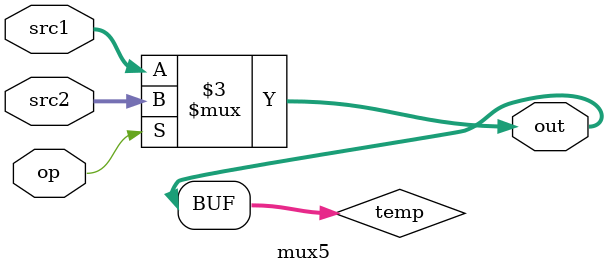
<source format=v>
`timescale 1ns / 1ps
module mux32(
    input [31:0] src1,
    input [31:0] src2,
    input op,
    output [31:0] out
    );
	 reg [31:0] temp;
	 assign out=temp;
	always @(*)begin
		if(op)begin
			temp=src2;
		end
		else begin
			temp=src1;
		end
	end

endmodule

module mux5(
	 input [4:0] src1,
    input [4:0] src2,
    input op,
    output [4:0] out
    );
	 reg [4:0] temp;
	 assign out=temp;
	always @(*)begin
		if(op)begin
			temp=src2;
		end
		else begin
			temp=src1;
		end
	end

endmodule

</source>
